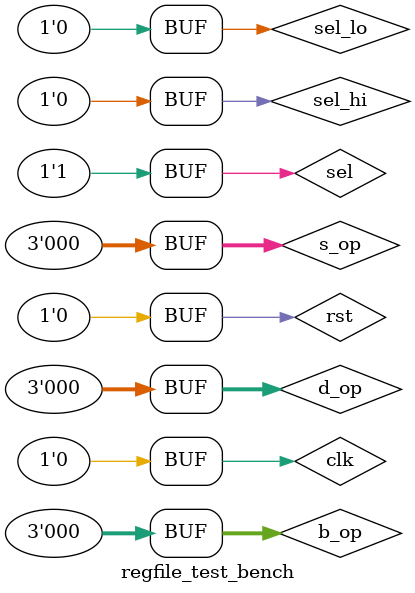
<source format=sv>
module regfile_test_bench();

reg clk;
reg rst;
reg sel;
reg sel_lo;
reg sel_hi;
reg sel_gs;
reg  [2:0] a_op;
reg  [2:0] b_op;
reg  [2:0] c_op;
reg  [2:0] d_op;
reg  [2:0] s_op;
reg [15:0] c_bus;
wire [15:0] a_bus;
wire [15:0] b_bus;
wire [15:0] d_bus;
wire [15:0] s_bus;

regfile regile_0
(
    .clk(clk),
    .rst(rst),
    .sel(sel),
    .sel_lo(sel_lo),
    .sel_hi(sel_hi),
    .sel_gs(sel_gs),
    .a_op(a_op),
    .b_op(b_op),
    .c_op(c_op),
    .d_op(d_op),
    .s_op(s_op),
    .c_bus(c_bus),
    .a_bus(a_bus),
    .b_bus(b_bus),
    .d_bus(d_bus),
    .s_bus(s_bus)
);

initial 
begin
	$monitor("ckl=%b, rst=%b, sel=%b, sel_lo=%b, sel_hi=%b, sel_gs=%b, a_bus=%b", clk, rst, sel, sel_lo, sel_hi, sel_gs, a_bus); 
    clk = 1'b0;
    rst = 1'b1;
    sel = 1'b0;
    sel_lo = 1'b0;
    sel_hi = 1'b0;
    sel_gs = 1'b0;
    a_op = 3'b0;
    b_op = 3'b0;
    c_op = 3'b0;
    d_op = 3'b0;
    s_op = 3'b0;
    c_bus = 16'b0;
	#10
	clk = 1'b1;
	rst = 1'b1;
    sel = 1'b1;
    #10
	clk = 1'b0;
    #10
    rst = 1'b0;
	repeat(256) #10 clk = ~clk;
    //Load something on an GPR
end

parameter MAX_NREGS = 15; //8 lo and 8 hi - 1
always@(posedge clk)
begin
    c_bus = c_bus + 1;
    c_op = c_op + 1;
    a_op = a_op + 1;
    if(c_op == MAX_NREGS) sel_gs = 1'b1;
end




endmodule 
</source>
